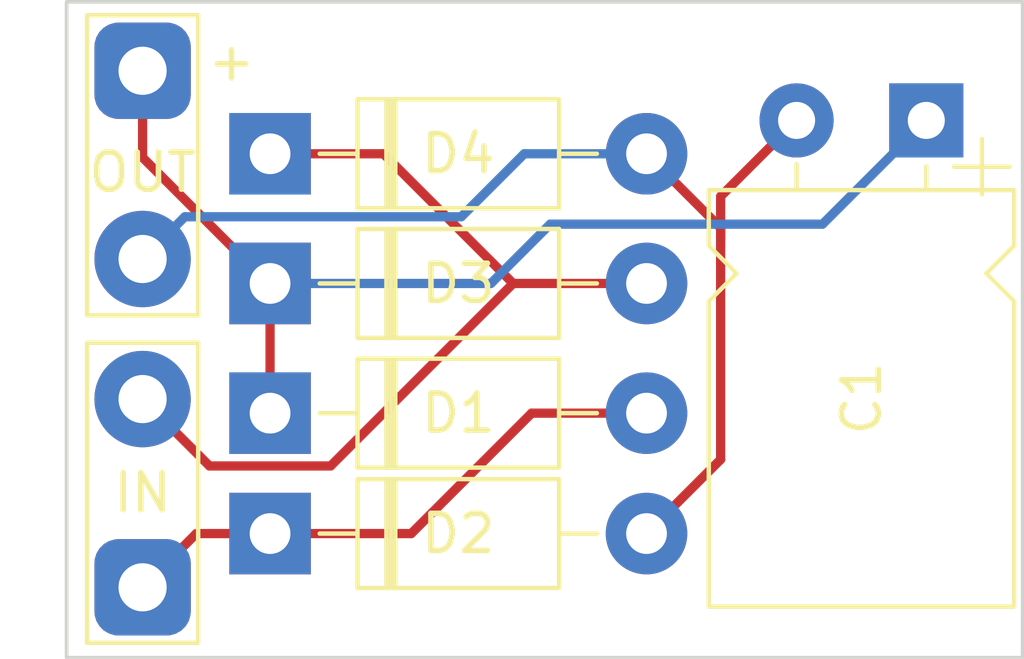
<source format=kicad_pcb>
(kicad_pcb (version 20211014) (generator pcbnew)
  (layers (0 "F.Cu" signal) (31 "B.Cu" signal) (34 "B.Paste" user) (35 "F.Paste" user) (36 "B.SilkS" user "B.Silkscreen") (37 "F.SilkS" user "F.Silkscreen") (38 "B.Mask" user) (39 "F.Mask" user) (44 "Edge.Cuts" user))
  (net 0 "")
  (net 1 "0")
  (net 2 "In")
  (net 3 "Net-(D3-Pad2)")
  (net 4 "Out")
  (footprint "Diode_THT:D_DO-41_SOD81_P10.16mm_Horizontal" (layer "F.Cu") (at 134.04 73.7)
    (fp_text reference "D1" (at 5.08 0) (layer "F.SilkS"))
    (fp_text value "1N4002")
    (fp_line (start 1.34 0) (end 2.36 0) (layer "F.SilkS") (width 0.12))
    (fp_line (start 7.8 -1.47) (end 2.36 -1.47) (layer "F.SilkS") (width 0.12))
    (fp_line (start 3.26 -1.47) (end 3.26 1.47) (layer "F.SilkS") (width 0.12))
    (fp_line (start 8.82 0) (end 7.8 0) (layer "F.SilkS") (width 0.12))
    (fp_line (start 2.36 1.47) (end 7.8 1.47) (layer "F.SilkS") (width 0.12))
    (fp_line (start 2.36 -1.47) (end 2.36 1.47) (layer "F.SilkS") (width 0.12))
    (fp_line (start 3.38 -1.47) (end 3.38 1.47) (layer "F.SilkS") (width 0.12))
    (fp_line (start 7.8 1.47) (end 7.8 -1.47) (layer "F.SilkS") (width 0.12))
    (fp_line (start 3.14 -1.47) (end 3.14 1.47) (layer "F.SilkS") (width 0.12))
    (pad "1" thru_hole rect (at 0 0) (size 2.2 2.2) (drill 1.1) (layers *.Cu *.Mask) (net 4 "Out"))
    (pad "2" thru_hole oval (at 10.16 0) (size 2.2 2.2) (drill 1.1) (layers *.Cu *.Mask) (net 2 "In"))
  )
  (footprint "TestPoint:TestPoint_2Pads_Pitch5.08mm_Drill1.3mm" (layer "F.Cu") (at 130.6 78.4 90)
    (fp_text reference "IN" (at 2.55 0) (layer "F.SilkS"))
    (fp_text value "IN")
    (fp_line (start -1.5 -1.5) (end 6.6 -1.5) (layer "F.SilkS") (width 0.12))
    (fp_line (start 6.6 1.5) (end 6.6 -1.5) (layer "F.SilkS") (width 0.12))
    (fp_line (start -1.5 -1.5) (end -1.5 1.5) (layer "F.SilkS") (width 0.12))
    (fp_line (start 6.6 1.5) (end -1.5 1.5) (layer "F.SilkS") (width 0.12))
    (pad "1" thru_hole roundrect (at 0 0 90) (size 2.6 2.6) (drill 1.3) (layers *.Cu *.Mask) (net 2 "In"))
    (pad "2" thru_hole circle (at 5.08 0 90) (size 2.6 2.6) (drill 1.3) (layers *.Cu *.Mask) (net 3 "Net-(D3-Pad2)"))
  )
  (footprint "Capacitor_THT:CP_Axial_L11.0mm_D8.0mm_P15.00mm_Horizontal" (layer "F.Cu") (at 150 65.8 -90)
    (fp_text reference "C1" (at 7.5 0 90) (layer "F.SilkS"))
    (fp_text value "10uF")
    (fp_line (start 1.88 -4.12) (end 3.38 -4.12) (layer "F.SilkS") (width 0.12))
    (fp_line (start 0.5 -3.25) (end 2 -3.25) (layer "F.SilkS") (width 0.12))
    (fp_line (start 4.88 4.12) (end 13.12 4.12) (layer "F.SilkS") (width 0.12))
    (fp_line (start 4.13 -3.37) (end 4.88 -4.12) (layer "F.SilkS") (width 0.12))
    (fp_line (start 3.38 -4.12) (end 4.13 -3.37) (layer "F.SilkS") (width 0.12))
    (fp_line (start 1.82 1.75) (end 1.18 1.75) (layer "F.SilkS") (width 0.12))
    (fp_line (start 1.88 -4.12) (end 1.88 4.12) (layer "F.SilkS") (width 0.12))
    (fp_line (start 13.12 -4.12) (end 13.12 4.12) (layer "F.SilkS") (width 0.12))
    (fp_line (start 1.24 -1.75) (end 1.88 -1.75) (layer "F.SilkS") (width 0.12))
    (fp_line (start 4.13 3.37) (end 4.88 4.12) (layer "F.SilkS") (width 0.12))
    (fp_line (start 3.38 4.12) (end 4.13 3.37) (layer "F.SilkS") (width 0.12))
    (fp_line (start 1.25 -4) (end 1.25 -2.5) (layer "F.SilkS") (width 0.12))
    (fp_line (start 1.88 4.12) (end 3.38 4.12) (layer "F.SilkS") (width 0.12))
    (fp_line (start 4.88 -4.12) (end 13.12 -4.12) (layer "F.SilkS") (width 0.12))
    (pad "1" thru_hole rect (at 0 -1.75 270) (size 2 2) (drill 1) (layers *.Cu *.Mask) (net 4 "Out"))
    (pad "2" thru_hole oval (at 0 1.75 270) (size 2 2) (drill 1) (layers *.Cu *.Mask) (net 1 "0"))
  )
  (footprint "TestPoint:TestPoint_2Pads_Pitch5.08mm_Drill1.3mm" (layer "F.Cu") (at 130.6 64.46 -90)
    (fp_text reference "OUT" (at 2.74 0) (layer "F.SilkS"))
    (fp_text value "100")
    (fp_line (start -1.5 -1.5) (end 6.6 -1.5) (layer "F.SilkS") (width 0.12))
    (fp_line (start 6.6 1.5) (end -1.5 1.5) (layer "F.SilkS") (width 0.12))
    (fp_line (start 6.6 1.5) (end 6.6 -1.5) (layer "F.SilkS") (width 0.12))
    (fp_line (start -1.5 -1.5) (end -1.5 1.5) (layer "F.SilkS") (width 0.12))
    (pad "1" thru_hole roundrect (at 0 0 270) (size 2.6 2.6) (drill 1.3) (layers *.Cu *.Mask) (net 4 "Out"))
    (pad "2" thru_hole circle (at 5.08 0 270) (size 2.6 2.6) (drill 1.3) (layers *.Cu *.Mask) (net 1 "0"))
  )
  (footprint "Diode_THT:D_DO-41_SOD81_P10.16mm_Horizontal" (layer "F.Cu") (at 134.04 70.2)
    (fp_text reference "D3" (at 5.08 0) (layer "F.SilkS"))
    (fp_text value "1N4002")
    (fp_line (start 3.14 -1.47) (end 3.14 1.47) (layer "F.SilkS") (width 0.12))
    (fp_line (start 2.36 -1.47) (end 2.36 1.47) (layer "F.SilkS") (width 0.12))
    (fp_line (start 3.26 -1.47) (end 3.26 1.47) (layer "F.SilkS") (width 0.12))
    (fp_line (start 8.82 0) (end 7.8 0) (layer "F.SilkS") (width 0.12))
    (fp_line (start 7.8 -1.47) (end 2.36 -1.47) (layer "F.SilkS") (width 0.12))
    (fp_line (start 3.38 -1.47) (end 3.38 1.47) (layer "F.SilkS") (width 0.12))
    (fp_line (start 2.36 1.47) (end 7.8 1.47) (layer "F.SilkS") (width 0.12))
    (fp_line (start 7.8 1.47) (end 7.8 -1.47) (layer "F.SilkS") (width 0.12))
    (fp_line (start 1.34 0) (end 2.36 0) (layer "F.SilkS") (width 0.12))
    (pad "1" thru_hole rect (at 0 0) (size 2.2 2.2) (drill 1.1) (layers *.Cu *.Mask) (net 4 "Out"))
    (pad "2" thru_hole oval (at 10.16 0) (size 2.2 2.2) (drill 1.1) (layers *.Cu *.Mask) (net 3 "Net-(D3-Pad2)"))
  )
  (footprint "Diode_THT:D_DO-41_SOD81_P10.16mm_Horizontal" (layer "F.Cu") (at 134.04 66.7)
    (fp_text reference "D4" (at 5.08 0) (layer "F.SilkS"))
    (fp_text value "1N4002")
    (fp_line (start 2.36 -1.47) (end 2.36 1.47) (layer "F.SilkS") (width 0.12))
    (fp_line (start 3.26 -1.47) (end 3.26 1.47) (layer "F.SilkS") (width 0.12))
    (fp_line (start 7.8 -1.47) (end 2.36 -1.47) (layer "F.SilkS") (width 0.12))
    (fp_line (start 8.82 0) (end 7.8 0) (layer "F.SilkS") (width 0.12))
    (fp_line (start 2.36 1.47) (end 7.8 1.47) (layer "F.SilkS") (width 0.12))
    (fp_line (start 3.38 -1.47) (end 3.38 1.47) (layer "F.SilkS") (width 0.12))
    (fp_line (start 3.14 -1.47) (end 3.14 1.47) (layer "F.SilkS") (width 0.12))
    (fp_line (start 7.8 1.47) (end 7.8 -1.47) (layer "F.SilkS") (width 0.12))
    (fp_line (start 1.34 0) (end 2.36 0) (layer "F.SilkS") (width 0.12))
    (pad "1" thru_hole rect (at 0 0) (size 2.2 2.2) (drill 1.1) (layers *.Cu *.Mask) (net 3 "Net-(D3-Pad2)"))
    (pad "2" thru_hole oval (at 10.16 0) (size 2.2 2.2) (drill 1.1) (layers *.Cu *.Mask) (net 1 "0"))
  )
  (footprint "Diode_THT:D_DO-41_SOD81_P10.16mm_Horizontal" (layer "F.Cu") (at 134.04 76.95)
    (fp_text reference "D2" (at 5.08 0) (layer "F.SilkS"))
    (fp_text value "1N4002")
    (fp_line (start 7.8 1.47) (end 7.8 -1.47) (layer "F.SilkS") (width 0.12))
    (fp_line (start 1.34 0) (end 2.36 0) (layer "F.SilkS") (width 0.12))
    (fp_line (start 3.26 -1.47) (end 3.26 1.47) (layer "F.SilkS") (width 0.12))
    (fp_line (start 7.8 -1.47) (end 2.36 -1.47) (layer "F.SilkS") (width 0.12))
    (fp_line (start 2.36 1.47) (end 7.8 1.47) (layer "F.SilkS") (width 0.12))
    (fp_line (start 2.36 -1.47) (end 2.36 1.47) (layer "F.SilkS") (width 0.12))
    (fp_line (start 8.82 0) (end 7.8 0) (layer "F.SilkS") (width 0.12))
    (fp_line (start 3.14 -1.47) (end 3.14 1.47) (layer "F.SilkS") (width 0.12))
    (fp_line (start 3.38 -1.47) (end 3.38 1.47) (layer "F.SilkS") (width 0.12))
    (pad "1" thru_hole rect (at 0 0) (size 2.2 2.2) (drill 1.1) (layers *.Cu *.Mask) (net 2 "In"))
    (pad "2" thru_hole oval (at 10.16 0) (size 2.2 2.2) (drill 1.1) (layers *.Cu *.Mask) (net 1 "0"))
  )
  (gr_rect (start 154.35 62.6) (end 128.55 80.3) (layer "Edge.Cuts") (width 0.1) (fill none))
  (gr_text "+" (at 133 64.2) (layer "F.SilkS") (effects (font (size 1 1))))
  (segment (start 146.2 68.7) (end 146.2 69) (width 0.25) (layer "F.Cu") (net 1))
  (segment (start 144.2 66.7) (end 146.2 68.7) (width 0.25) (layer "F.Cu") (net 1))
  (segment (start 148.25 65.8) (end 146.2 67.85) (width 0.25) (layer "F.Cu") (net 1))
  (segment (start 146.2 74.95) (end 144.2 76.95) (width 0.25) (layer "F.Cu") (net 1))
  (segment (start 146.2 69) (end 146.2 74.95) (width 0.25) (layer "F.Cu") (net 1))
  (segment (start 146.2 67.85) (end 146.2 69) (width 0.25) (layer "F.Cu") (net 1))
  (segment (start 144.2 66.7) (end 140.9 66.7) (width 0.25) (layer "B.Cu") (net 1))
  (segment (start 139.2 68.4) (end 131.74 68.4) (width 0.25) (layer "B.Cu") (net 1))
  (segment (start 140.9 66.7) (end 139.2 68.4) (width 0.25) (layer "B.Cu") (net 1))
  (segment (start 131.74 68.4) (end 130.6 69.54) (width 0.25) (layer "B.Cu") (net 1))
  (segment (start 141.1 73.7) (end 137.85 76.95) (width 0.25) (layer "F.Cu") (net 2))
  (segment (start 132.05 76.95) (end 134.04 76.95) (width 0.25) (layer "F.Cu") (net 2))
  (segment (start 137.85 76.95) (end 134.04 76.95) (width 0.25) (layer "F.Cu") (net 2))
  (segment (start 144.2 73.7) (end 141.1 73.7) (width 0.25) (layer "F.Cu") (net 2))
  (segment (start 130.6 78.4) (end 132.05 76.95) (width 0.25) (layer "F.Cu") (net 2))
  (segment (start 132.405 75.125) (end 135.675 75.125) (width 0.25) (layer "F.Cu") (net 3))
  (segment (start 140.6 70.2) (end 137.1 66.7) (width 0.25) (layer "F.Cu") (net 3))
  (segment (start 137.1 66.7) (end 134.04 66.7) (width 0.25) (layer "F.Cu") (net 3))
  (segment (start 144.2 70.2) (end 140.6 70.2) (width 0.25) (layer "F.Cu") (net 3))
  (segment (start 135.675 75.125) (end 140.6 70.2) (width 0.25) (layer "F.Cu") (net 3))
  (segment (start 130.6 73.32) (end 132.405 75.125) (width 0.25) (layer "F.Cu") (net 3))
  (segment (start 130.6 66.8) (end 134 70.2) (width 0.25) (layer "F.Cu") (net 4))
  (segment (start 130.6 64.46) (end 130.6 66.8) (width 0.25) (layer "F.Cu") (net 4))
  (segment (start 134 70.2) (end 134.04 70.2) (width 0.25) (layer "F.Cu") (net 4))
  (segment (start 134.04 73.7) (end 134.04 70.2) (width 0.25) (layer "F.Cu") (net 4))
  (segment (start 141.6 68.6) (end 148.95 68.6) (width 0.25) (layer "B.Cu") (net 4))
  (segment (start 148.95 68.6) (end 151.75 65.8) (width 0.25) (layer "B.Cu") (net 4))
  (segment (start 134.04 70.2) (end 140 70.2) (width 0.25) (layer "B.Cu") (net 4))
  (segment (start 140 70.2) (end 141.6 68.6) (width 0.25) (layer "B.Cu") (net 4))
)
</source>
